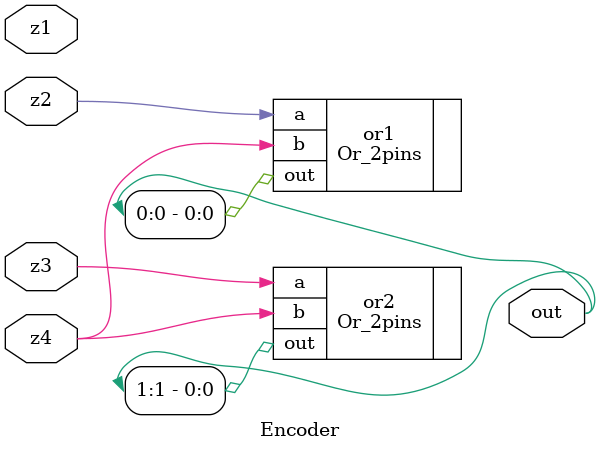
<source format=v>
module Xor(
    input a, b, 
    output out
);

    four_to_one_mux decider(.a(1'b0), .b(1'b1), .c(1'b1), .d(1'b0), .sel({a, b}), .out(out));
endmodule


module Not (
    input a,
    output out
);

    Actel_C1 c1(.A0(1'b1), .A1(1'b1), .SA(1'b1), .B0(1'b0), .B1(1'b0), .SB(1'b0), .S0(a), .S1(1'b0), .F(out));

endmodule

module twoscomp_converter #(parameter WIDTH = 10)(
    input [WIDTH-1:0] a,
    input sign,
    output [WIDTH-1:0] out
);

    wire [WIDTH-1:0] temp;

    genvar i;
    generate
        for (i = 0; i < WIDTH; i = i + 1) begin : xor_loop
            Xor x(.a(a[i]), .b(sign), .out(temp[i]));
        end
    endgenerate

    Adder #(WIDTH) adder(.a(temp), .b({{(WIDTH-1){1'b0}}, sign }), .cin(1'b0), .out(out));

endmodule


// checks the end of the program 
module Done_checker(
    input z1, z2, z3, z4,
    output finish
);

    wire z1_bar, z2_bar, z3_bar, z4_bar;
    wire w1, w2, w3, w4, w5;
    wire[4:0] temp;

    Not n1(z1, z1_bar);
    Not n2(z2, z2_bar);
    Not n3(z3, z3_bar);
    Not n4(z4, z4_bar);

    And_4pins a1(z1, z2_bar, z3_bar, z4_bar, temp[0]);
    And_4pins a2(z1_bar, z2, z3_bar, z4_bar, temp[1]);  
    And_4pins a3(z1_bar, z2_bar, z3, z4_bar, temp[2]);    
    And_4pins a4(z1_bar, z2_bar, z3_bar, z4, temp[3]);
    And_4pins a5(z1_bar, z2_bar, z3_bar, z4_bar, temp[4]);

    Or_bitwise or1 (temp, finish);

endmodule


//finds the index of the max number
module Encoder(
    input z1, z2, z3, z4, 
    output [1:0] out
);
    Or_2pins or1(.a(z2), .b(z4), .out(out[0]));
    Or_2pins or2(.a(z3), .b(z4), .out(out[1]));
endmodule

</source>
